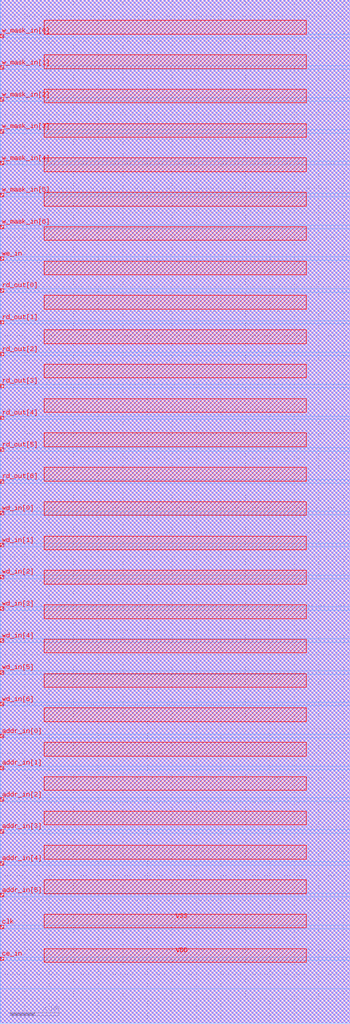
<source format=lef>
VERSION 5.7 ;
BUSBITCHARS "[]" ;
MACRO fakeram45_64x7
  FOREIGN fakeram45_64x7 0 0 ;
  SYMMETRY X Y R90 ;
  SIZE 14.274 BY 41.681 ;
  CLASS BLOCK ;
  PIN w_mask_in[0]
    DIRECTION INPUT ;
    USE SIGNAL ;
    SHAPE ABUTMENT ;
    PORT
      LAYER metal1 ;
      RECT 0.000 40.141 0.140 40.281 ;
      LAYER metal2 ;
      RECT 0.000 40.141 0.140 40.281 ;
      LAYER metal3 ;
      RECT 0.000 40.141 0.140 40.281 ;
      LAYER metal4 ;
      RECT 0.000 40.141 0.140 40.281 ;
      END
    END w_mask_in[0]
  PIN w_mask_in[1]
    DIRECTION INPUT ;
    USE SIGNAL ;
    SHAPE ABUTMENT ;
    PORT
      LAYER metal1 ;
      RECT 0.000 38.845 0.140 38.985 ;
      LAYER metal2 ;
      RECT 0.000 38.845 0.140 38.985 ;
      LAYER metal3 ;
      RECT 0.000 38.845 0.140 38.985 ;
      LAYER metal4 ;
      RECT 0.000 38.845 0.140 38.985 ;
      END
    END w_mask_in[1]
  PIN w_mask_in[2]
    DIRECTION INPUT ;
    USE SIGNAL ;
    SHAPE ABUTMENT ;
    PORT
      LAYER metal1 ;
      RECT 0.000 37.549 0.140 37.689 ;
      LAYER metal2 ;
      RECT 0.000 37.549 0.140 37.689 ;
      LAYER metal3 ;
      RECT 0.000 37.549 0.140 37.689 ;
      LAYER metal4 ;
      RECT 0.000 37.549 0.140 37.689 ;
      END
    END w_mask_in[2]
  PIN w_mask_in[3]
    DIRECTION INPUT ;
    USE SIGNAL ;
    SHAPE ABUTMENT ;
    PORT
      LAYER metal1 ;
      RECT 0.000 36.253 0.140 36.393 ;
      LAYER metal2 ;
      RECT 0.000 36.253 0.140 36.393 ;
      LAYER metal3 ;
      RECT 0.000 36.253 0.140 36.393 ;
      LAYER metal4 ;
      RECT 0.000 36.253 0.140 36.393 ;
      END
    END w_mask_in[3]
  PIN w_mask_in[4]
    DIRECTION INPUT ;
    USE SIGNAL ;
    SHAPE ABUTMENT ;
    PORT
      LAYER metal1 ;
      RECT 0.000 34.957 0.140 35.097 ;
      LAYER metal2 ;
      RECT 0.000 34.957 0.140 35.097 ;
      LAYER metal3 ;
      RECT 0.000 34.957 0.140 35.097 ;
      LAYER metal4 ;
      RECT 0.000 34.957 0.140 35.097 ;
      END
    END w_mask_in[4]
  PIN w_mask_in[5]
    DIRECTION INPUT ;
    USE SIGNAL ;
    SHAPE ABUTMENT ;
    PORT
      LAYER metal1 ;
      RECT 0.000 33.661 0.140 33.801 ;
      LAYER metal2 ;
      RECT 0.000 33.661 0.140 33.801 ;
      LAYER metal3 ;
      RECT 0.000 33.661 0.140 33.801 ;
      LAYER metal4 ;
      RECT 0.000 33.661 0.140 33.801 ;
      END
    END w_mask_in[5]
  PIN w_mask_in[6]
    DIRECTION INPUT ;
    USE SIGNAL ;
    SHAPE ABUTMENT ;
    PORT
      LAYER metal1 ;
      RECT 0.000 32.365 0.140 32.505 ;
      LAYER metal2 ;
      RECT 0.000 32.365 0.140 32.505 ;
      LAYER metal3 ;
      RECT 0.000 32.365 0.140 32.505 ;
      LAYER metal4 ;
      RECT 0.000 32.365 0.140 32.505 ;
      END
    END w_mask_in[6]
  PIN we_in
    DIRECTION INPUT ;
    USE SIGNAL ;
    SHAPE ABUTMENT ;
    PORT
      LAYER metal1 ;
      RECT 0.000 31.069 0.140 31.209 ;
      LAYER metal2 ;
      RECT 0.000 31.069 0.140 31.209 ;
      LAYER metal3 ;
      RECT 0.000 31.069 0.140 31.209 ;
      LAYER metal4 ;
      RECT 0.000 31.069 0.140 31.209 ;
      END
    END we_in
  PIN rd_out[0]
    DIRECTION OUTPUT ;
    USE SIGNAL ;
    SHAPE ABUTMENT ;
    PORT
      LAYER metal1 ;
      RECT 0.000 29.773 0.140 29.913 ;
      LAYER metal2 ;
      RECT 0.000 29.773 0.140 29.913 ;
      LAYER metal3 ;
      RECT 0.000 29.773 0.140 29.913 ;
      LAYER metal4 ;
      RECT 0.000 29.773 0.140 29.913 ;
      END
    END rd_out[0]
  PIN rd_out[1]
    DIRECTION OUTPUT ;
    USE SIGNAL ;
    SHAPE ABUTMENT ;
    PORT
      LAYER metal1 ;
      RECT 0.000 28.477 0.140 28.617 ;
      LAYER metal2 ;
      RECT 0.000 28.477 0.140 28.617 ;
      LAYER metal3 ;
      RECT 0.000 28.477 0.140 28.617 ;
      LAYER metal4 ;
      RECT 0.000 28.477 0.140 28.617 ;
      END
    END rd_out[1]
  PIN rd_out[2]
    DIRECTION OUTPUT ;
    USE SIGNAL ;
    SHAPE ABUTMENT ;
    PORT
      LAYER metal1 ;
      RECT 0.000 27.181 0.140 27.321 ;
      LAYER metal2 ;
      RECT 0.000 27.181 0.140 27.321 ;
      LAYER metal3 ;
      RECT 0.000 27.181 0.140 27.321 ;
      LAYER metal4 ;
      RECT 0.000 27.181 0.140 27.321 ;
      END
    END rd_out[2]
  PIN rd_out[3]
    DIRECTION OUTPUT ;
    USE SIGNAL ;
    SHAPE ABUTMENT ;
    PORT
      LAYER metal1 ;
      RECT 0.000 25.885 0.140 26.025 ;
      LAYER metal2 ;
      RECT 0.000 25.885 0.140 26.025 ;
      LAYER metal3 ;
      RECT 0.000 25.885 0.140 26.025 ;
      LAYER metal4 ;
      RECT 0.000 25.885 0.140 26.025 ;
      END
    END rd_out[3]
  PIN rd_out[4]
    DIRECTION OUTPUT ;
    USE SIGNAL ;
    SHAPE ABUTMENT ;
    PORT
      LAYER metal1 ;
      RECT 0.000 24.589 0.140 24.729 ;
      LAYER metal2 ;
      RECT 0.000 24.589 0.140 24.729 ;
      LAYER metal3 ;
      RECT 0.000 24.589 0.140 24.729 ;
      LAYER metal4 ;
      RECT 0.000 24.589 0.140 24.729 ;
      END
    END rd_out[4]
  PIN rd_out[5]
    DIRECTION OUTPUT ;
    USE SIGNAL ;
    SHAPE ABUTMENT ;
    PORT
      LAYER metal1 ;
      RECT 0.000 23.293 0.140 23.433 ;
      LAYER metal2 ;
      RECT 0.000 23.293 0.140 23.433 ;
      LAYER metal3 ;
      RECT 0.000 23.293 0.140 23.433 ;
      LAYER metal4 ;
      RECT 0.000 23.293 0.140 23.433 ;
      END
    END rd_out[5]
  PIN rd_out[6]
    DIRECTION OUTPUT ;
    USE SIGNAL ;
    SHAPE ABUTMENT ;
    PORT
      LAYER metal1 ;
      RECT 0.000 21.997 0.140 22.137 ;
      LAYER metal2 ;
      RECT 0.000 21.997 0.140 22.137 ;
      LAYER metal3 ;
      RECT 0.000 21.997 0.140 22.137 ;
      LAYER metal4 ;
      RECT 0.000 21.997 0.140 22.137 ;
      END
    END rd_out[6]
  PIN wd_in[0]
    DIRECTION INPUT ;
    USE SIGNAL ;
    SHAPE ABUTMENT ;
    PORT
      LAYER metal1 ;
      RECT 0.000 20.701 0.140 20.841 ;
      LAYER metal2 ;
      RECT 0.000 20.701 0.140 20.841 ;
      LAYER metal3 ;
      RECT 0.000 20.701 0.140 20.841 ;
      LAYER metal4 ;
      RECT 0.000 20.701 0.140 20.841 ;
      END
    END wd_in[0]
  PIN wd_in[1]
    DIRECTION INPUT ;
    USE SIGNAL ;
    SHAPE ABUTMENT ;
    PORT
      LAYER metal1 ;
      RECT 0.000 19.405 0.140 19.545 ;
      LAYER metal2 ;
      RECT 0.000 19.405 0.140 19.545 ;
      LAYER metal3 ;
      RECT 0.000 19.405 0.140 19.545 ;
      LAYER metal4 ;
      RECT 0.000 19.405 0.140 19.545 ;
      END
    END wd_in[1]
  PIN wd_in[2]
    DIRECTION INPUT ;
    USE SIGNAL ;
    SHAPE ABUTMENT ;
    PORT
      LAYER metal1 ;
      RECT 0.000 18.108 0.140 18.248 ;
      LAYER metal2 ;
      RECT 0.000 18.108 0.140 18.248 ;
      LAYER metal3 ;
      RECT 0.000 18.108 0.140 18.248 ;
      LAYER metal4 ;
      RECT 0.000 18.108 0.140 18.248 ;
      END
    END wd_in[2]
  PIN wd_in[3]
    DIRECTION INPUT ;
    USE SIGNAL ;
    SHAPE ABUTMENT ;
    PORT
      LAYER metal1 ;
      RECT 0.000 16.812 0.140 16.952 ;
      LAYER metal2 ;
      RECT 0.000 16.812 0.140 16.952 ;
      LAYER metal3 ;
      RECT 0.000 16.812 0.140 16.952 ;
      LAYER metal4 ;
      RECT 0.000 16.812 0.140 16.952 ;
      END
    END wd_in[3]
  PIN wd_in[4]
    DIRECTION INPUT ;
    USE SIGNAL ;
    SHAPE ABUTMENT ;
    PORT
      LAYER metal1 ;
      RECT 0.000 15.516 0.140 15.656 ;
      LAYER metal2 ;
      RECT 0.000 15.516 0.140 15.656 ;
      LAYER metal3 ;
      RECT 0.000 15.516 0.140 15.656 ;
      LAYER metal4 ;
      RECT 0.000 15.516 0.140 15.656 ;
      END
    END wd_in[4]
  PIN wd_in[5]
    DIRECTION INPUT ;
    USE SIGNAL ;
    SHAPE ABUTMENT ;
    PORT
      LAYER metal1 ;
      RECT 0.000 14.220 0.140 14.360 ;
      LAYER metal2 ;
      RECT 0.000 14.220 0.140 14.360 ;
      LAYER metal3 ;
      RECT 0.000 14.220 0.140 14.360 ;
      LAYER metal4 ;
      RECT 0.000 14.220 0.140 14.360 ;
      END
    END wd_in[5]
  PIN wd_in[6]
    DIRECTION INPUT ;
    USE SIGNAL ;
    SHAPE ABUTMENT ;
    PORT
      LAYER metal1 ;
      RECT 0.000 12.924 0.140 13.064 ;
      LAYER metal2 ;
      RECT 0.000 12.924 0.140 13.064 ;
      LAYER metal3 ;
      RECT 0.000 12.924 0.140 13.064 ;
      LAYER metal4 ;
      RECT 0.000 12.924 0.140 13.064 ;
      END
    END wd_in[6]
  PIN addr_in[0]
    DIRECTION INPUT ;
    USE SIGNAL ;
    SHAPE ABUTMENT ;
    PORT
      LAYER metal1 ;
      RECT 0.000 11.628 0.140 11.768 ;
      LAYER metal2 ;
      RECT 0.000 11.628 0.140 11.768 ;
      LAYER metal3 ;
      RECT 0.000 11.628 0.140 11.768 ;
      LAYER metal4 ;
      RECT 0.000 11.628 0.140 11.768 ;
      END
    END addr_in[0]
  PIN addr_in[1]
    DIRECTION INPUT ;
    USE SIGNAL ;
    SHAPE ABUTMENT ;
    PORT
      LAYER metal1 ;
      RECT 0.000 10.332 0.140 10.472 ;
      LAYER metal2 ;
      RECT 0.000 10.332 0.140 10.472 ;
      LAYER metal3 ;
      RECT 0.000 10.332 0.140 10.472 ;
      LAYER metal4 ;
      RECT 0.000 10.332 0.140 10.472 ;
      END
    END addr_in[1]
  PIN addr_in[2]
    DIRECTION INPUT ;
    USE SIGNAL ;
    SHAPE ABUTMENT ;
    PORT
      LAYER metal1 ;
      RECT 0.000 9.036 0.140 9.176 ;
      LAYER metal2 ;
      RECT 0.000 9.036 0.140 9.176 ;
      LAYER metal3 ;
      RECT 0.000 9.036 0.140 9.176 ;
      LAYER metal4 ;
      RECT 0.000 9.036 0.140 9.176 ;
      END
    END addr_in[2]
  PIN addr_in[3]
    DIRECTION INPUT ;
    USE SIGNAL ;
    SHAPE ABUTMENT ;
    PORT
      LAYER metal1 ;
      RECT 0.000 7.740 0.140 7.880 ;
      LAYER metal2 ;
      RECT 0.000 7.740 0.140 7.880 ;
      LAYER metal3 ;
      RECT 0.000 7.740 0.140 7.880 ;
      LAYER metal4 ;
      RECT 0.000 7.740 0.140 7.880 ;
      END
    END addr_in[3]
  PIN addr_in[4]
    DIRECTION INPUT ;
    USE SIGNAL ;
    SHAPE ABUTMENT ;
    PORT
      LAYER metal1 ;
      RECT 0.000 6.444 0.140 6.584 ;
      LAYER metal2 ;
      RECT 0.000 6.444 0.140 6.584 ;
      LAYER metal3 ;
      RECT 0.000 6.444 0.140 6.584 ;
      LAYER metal4 ;
      RECT 0.000 6.444 0.140 6.584 ;
      END
    END addr_in[4]
  PIN addr_in[5]
    DIRECTION INPUT ;
    USE SIGNAL ;
    SHAPE ABUTMENT ;
    PORT
      LAYER metal1 ;
      RECT 0.000 5.148 0.140 5.288 ;
      LAYER metal2 ;
      RECT 0.000 5.148 0.140 5.288 ;
      LAYER metal3 ;
      RECT 0.000 5.148 0.140 5.288 ;
      LAYER metal4 ;
      RECT 0.000 5.148 0.140 5.288 ;
      END
    END addr_in[5]
  PIN clk
    DIRECTION INPUT ;
    USE SIGNAL ;
    SHAPE ABUTMENT ;
    PORT
      LAYER metal1 ;
      RECT 0.000 3.852 0.140 3.992 ;
      LAYER metal2 ;
      RECT 0.000 3.852 0.140 3.992 ;
      LAYER metal3 ;
      RECT 0.000 3.852 0.140 3.992 ;
      LAYER metal4 ;
      RECT 0.000 3.852 0.140 3.992 ;
      END
    END clk
  PIN ce_in
    DIRECTION INPUT ;
    USE SIGNAL ;
    SHAPE ABUTMENT ;
    PORT
      LAYER metal1 ;
      RECT 0.000 2.556 0.140 2.696 ;
      LAYER metal2 ;
      RECT 0.000 2.556 0.140 2.696 ;
      LAYER metal3 ;
      RECT 0.000 2.556 0.140 2.696 ;
      LAYER metal4 ;
      RECT 0.000 2.556 0.140 2.696 ;
      END
    END ce_in
  PIN VSS
    DIRECTION INOUT ;
    USE GROUND ;
    PORT
      LAYER metal4 ;
      RECT 1.784 40.281 12.490 40.841 ;
      RECT 1.784 37.481 12.490 38.041 ;
      RECT 1.784 34.681 12.490 35.241 ;
      RECT 1.784 31.881 12.490 32.441 ;
      RECT 1.784 29.081 12.490 29.641 ;
      RECT 1.784 26.281 12.490 26.841 ;
      RECT 1.784 23.481 12.490 24.041 ;
      RECT 1.784 20.681 12.490 21.241 ;
      RECT 1.784 17.881 12.490 18.441 ;
      RECT 1.784 15.081 12.490 15.641 ;
      RECT 1.784 12.281 12.490 12.841 ;
      RECT 1.784 9.481 12.490 10.041 ;
      RECT 1.784 6.681 12.490 7.241 ;
      RECT 1.784 3.881 12.490 4.441 ;
      END
    END VSS
  PIN VDD
    DIRECTION INOUT ;
    USE POWER ;
    PORT
      LAYER metal4 ;
      RECT 1.784 38.881 12.490 39.441 ;
      RECT 1.784 36.081 12.490 36.641 ;
      RECT 1.784 33.281 12.490 33.841 ;
      RECT 1.784 30.481 12.490 31.041 ;
      RECT 1.784 27.681 12.490 28.241 ;
      RECT 1.784 24.881 12.490 25.441 ;
      RECT 1.784 22.081 12.490 22.641 ;
      RECT 1.784 19.281 12.490 19.841 ;
      RECT 1.784 16.481 12.490 17.041 ;
      RECT 1.784 13.681 12.490 14.241 ;
      RECT 1.784 10.881 12.490 11.441 ;
      RECT 1.784 8.081 12.490 8.641 ;
      RECT 1.784 5.281 12.490 5.841 ;
      RECT 1.784 2.481 12.490 3.041 ;
      END
    END VDD
  OBS
    LAYER metal1 ;
    RECT 0.000 41.681 14.274 40.281 ;
    RECT 0.140 40.281 14.274 40.141 ;
    RECT 0.000 40.141 14.274 38.985 ;
    RECT 0.140 38.985 14.274 38.845 ;
    RECT 0.000 38.845 14.274 37.689 ;
    RECT 0.140 37.689 14.274 37.549 ;
    RECT 0.000 37.549 14.274 36.393 ;
    RECT 0.140 36.393 14.274 36.253 ;
    RECT 0.000 36.253 14.274 35.097 ;
    RECT 0.140 35.097 14.274 34.957 ;
    RECT 0.000 34.957 14.274 33.801 ;
    RECT 0.140 33.801 14.274 33.661 ;
    RECT 0.000 33.661 14.274 32.505 ;
    RECT 0.140 32.505 14.274 32.365 ;
    RECT 0.000 32.365 14.274 31.209 ;
    RECT 0.140 31.209 14.274 31.069 ;
    RECT 0.000 31.069 14.274 29.913 ;
    RECT 0.140 29.913 14.274 29.773 ;
    RECT 0.000 29.773 14.274 28.617 ;
    RECT 0.140 28.617 14.274 28.477 ;
    RECT 0.000 28.477 14.274 27.321 ;
    RECT 0.140 27.321 14.274 27.181 ;
    RECT 0.000 27.181 14.274 26.025 ;
    RECT 0.140 26.025 14.274 25.885 ;
    RECT 0.000 25.885 14.274 24.729 ;
    RECT 0.140 24.729 14.274 24.589 ;
    RECT 0.000 24.589 14.274 23.433 ;
    RECT 0.140 23.433 14.274 23.293 ;
    RECT 0.000 23.293 14.274 22.137 ;
    RECT 0.140 22.137 14.274 21.997 ;
    RECT 0.000 21.997 14.274 20.841 ;
    RECT 0.140 20.841 14.274 20.701 ;
    RECT 0.000 20.701 14.274 19.545 ;
    RECT 0.140 19.545 14.274 19.405 ;
    RECT 0.000 19.405 14.274 18.248 ;
    RECT 0.140 18.248 14.274 18.108 ;
    RECT 0.000 18.108 14.274 16.952 ;
    RECT 0.140 16.952 14.274 16.812 ;
    RECT 0.000 16.812 14.274 15.656 ;
    RECT 0.140 15.656 14.274 15.516 ;
    RECT 0.000 15.516 14.274 14.360 ;
    RECT 0.140 14.360 14.274 14.220 ;
    RECT 0.000 14.220 14.274 13.064 ;
    RECT 0.140 13.064 14.274 12.924 ;
    RECT 0.000 12.924 14.274 11.768 ;
    RECT 0.140 11.768 14.274 11.628 ;
    RECT 0.000 11.628 14.274 10.472 ;
    RECT 0.140 10.472 14.274 10.332 ;
    RECT 0.000 10.332 14.274 9.176 ;
    RECT 0.140 9.176 14.274 9.036 ;
    RECT 0.000 9.036 14.274 7.880 ;
    RECT 0.140 7.880 14.274 7.740 ;
    RECT 0.000 7.740 14.274 6.584 ;
    RECT 0.140 6.584 14.274 6.444 ;
    RECT 0.000 6.444 14.274 5.288 ;
    RECT 0.140 5.288 14.274 5.148 ;
    RECT 0.000 5.148 14.274 3.992 ;
    RECT 0.140 3.992 14.274 3.852 ;
    RECT 0.000 3.852 14.274 2.696 ;
    RECT 0.140 2.696 14.274 2.556 ;
    RECT 0.000 2.556 14.274 1.400 ;
    RECT 0.000 1.400 14.274 0.000 ;
    LAYER metal2 ;
    RECT 0.000 41.681 14.274 40.281 ;
    RECT 0.140 40.281 14.274 40.141 ;
    RECT 0.000 40.141 14.274 38.985 ;
    RECT 0.140 38.985 14.274 38.845 ;
    RECT 0.000 38.845 14.274 37.689 ;
    RECT 0.140 37.689 14.274 37.549 ;
    RECT 0.000 37.549 14.274 36.393 ;
    RECT 0.140 36.393 14.274 36.253 ;
    RECT 0.000 36.253 14.274 35.097 ;
    RECT 0.140 35.097 14.274 34.957 ;
    RECT 0.000 34.957 14.274 33.801 ;
    RECT 0.140 33.801 14.274 33.661 ;
    RECT 0.000 33.661 14.274 32.505 ;
    RECT 0.140 32.505 14.274 32.365 ;
    RECT 0.000 32.365 14.274 31.209 ;
    RECT 0.140 31.209 14.274 31.069 ;
    RECT 0.000 31.069 14.274 29.913 ;
    RECT 0.140 29.913 14.274 29.773 ;
    RECT 0.000 29.773 14.274 28.617 ;
    RECT 0.140 28.617 14.274 28.477 ;
    RECT 0.000 28.477 14.274 27.321 ;
    RECT 0.140 27.321 14.274 27.181 ;
    RECT 0.000 27.181 14.274 26.025 ;
    RECT 0.140 26.025 14.274 25.885 ;
    RECT 0.000 25.885 14.274 24.729 ;
    RECT 0.140 24.729 14.274 24.589 ;
    RECT 0.000 24.589 14.274 23.433 ;
    RECT 0.140 23.433 14.274 23.293 ;
    RECT 0.000 23.293 14.274 22.137 ;
    RECT 0.140 22.137 14.274 21.997 ;
    RECT 0.000 21.997 14.274 20.841 ;
    RECT 0.140 20.841 14.274 20.701 ;
    RECT 0.000 20.701 14.274 19.545 ;
    RECT 0.140 19.545 14.274 19.405 ;
    RECT 0.000 19.405 14.274 18.248 ;
    RECT 0.140 18.248 14.274 18.108 ;
    RECT 0.000 18.108 14.274 16.952 ;
    RECT 0.140 16.952 14.274 16.812 ;
    RECT 0.000 16.812 14.274 15.656 ;
    RECT 0.140 15.656 14.274 15.516 ;
    RECT 0.000 15.516 14.274 14.360 ;
    RECT 0.140 14.360 14.274 14.220 ;
    RECT 0.000 14.220 14.274 13.064 ;
    RECT 0.140 13.064 14.274 12.924 ;
    RECT 0.000 12.924 14.274 11.768 ;
    RECT 0.140 11.768 14.274 11.628 ;
    RECT 0.000 11.628 14.274 10.472 ;
    RECT 0.140 10.472 14.274 10.332 ;
    RECT 0.000 10.332 14.274 9.176 ;
    RECT 0.140 9.176 14.274 9.036 ;
    RECT 0.000 9.036 14.274 7.880 ;
    RECT 0.140 7.880 14.274 7.740 ;
    RECT 0.000 7.740 14.274 6.584 ;
    RECT 0.140 6.584 14.274 6.444 ;
    RECT 0.000 6.444 14.274 5.288 ;
    RECT 0.140 5.288 14.274 5.148 ;
    RECT 0.000 5.148 14.274 3.992 ;
    RECT 0.140 3.992 14.274 3.852 ;
    RECT 0.000 3.852 14.274 2.696 ;
    RECT 0.140 2.696 14.274 2.556 ;
    RECT 0.000 2.556 14.274 1.400 ;
    RECT 0.000 1.400 14.274 0.000 ;
    LAYER metal3 ;
    RECT 0.000 41.681 14.274 40.281 ;
    RECT 0.140 40.281 14.274 40.141 ;
    RECT 0.000 40.141 14.274 38.985 ;
    RECT 0.140 38.985 14.274 38.845 ;
    RECT 0.000 38.845 14.274 37.689 ;
    RECT 0.140 37.689 14.274 37.549 ;
    RECT 0.000 37.549 14.274 36.393 ;
    RECT 0.140 36.393 14.274 36.253 ;
    RECT 0.000 36.253 14.274 35.097 ;
    RECT 0.140 35.097 14.274 34.957 ;
    RECT 0.000 34.957 14.274 33.801 ;
    RECT 0.140 33.801 14.274 33.661 ;
    RECT 0.000 33.661 14.274 32.505 ;
    RECT 0.140 32.505 14.274 32.365 ;
    RECT 0.000 32.365 14.274 31.209 ;
    RECT 0.140 31.209 14.274 31.069 ;
    RECT 0.000 31.069 14.274 29.913 ;
    RECT 0.140 29.913 14.274 29.773 ;
    RECT 0.000 29.773 14.274 28.617 ;
    RECT 0.140 28.617 14.274 28.477 ;
    RECT 0.000 28.477 14.274 27.321 ;
    RECT 0.140 27.321 14.274 27.181 ;
    RECT 0.000 27.181 14.274 26.025 ;
    RECT 0.140 26.025 14.274 25.885 ;
    RECT 0.000 25.885 14.274 24.729 ;
    RECT 0.140 24.729 14.274 24.589 ;
    RECT 0.000 24.589 14.274 23.433 ;
    RECT 0.140 23.433 14.274 23.293 ;
    RECT 0.000 23.293 14.274 22.137 ;
    RECT 0.140 22.137 14.274 21.997 ;
    RECT 0.000 21.997 14.274 20.841 ;
    RECT 0.140 20.841 14.274 20.701 ;
    RECT 0.000 20.701 14.274 19.545 ;
    RECT 0.140 19.545 14.274 19.405 ;
    RECT 0.000 19.405 14.274 18.248 ;
    RECT 0.140 18.248 14.274 18.108 ;
    RECT 0.000 18.108 14.274 16.952 ;
    RECT 0.140 16.952 14.274 16.812 ;
    RECT 0.000 16.812 14.274 15.656 ;
    RECT 0.140 15.656 14.274 15.516 ;
    RECT 0.000 15.516 14.274 14.360 ;
    RECT 0.140 14.360 14.274 14.220 ;
    RECT 0.000 14.220 14.274 13.064 ;
    RECT 0.140 13.064 14.274 12.924 ;
    RECT 0.000 12.924 14.274 11.768 ;
    RECT 0.140 11.768 14.274 11.628 ;
    RECT 0.000 11.628 14.274 10.472 ;
    RECT 0.140 10.472 14.274 10.332 ;
    RECT 0.000 10.332 14.274 9.176 ;
    RECT 0.140 9.176 14.274 9.036 ;
    RECT 0.000 9.036 14.274 7.880 ;
    RECT 0.140 7.880 14.274 7.740 ;
    RECT 0.000 7.740 14.274 6.584 ;
    RECT 0.140 6.584 14.274 6.444 ;
    RECT 0.000 6.444 14.274 5.288 ;
    RECT 0.140 5.288 14.274 5.148 ;
    RECT 0.000 5.148 14.274 3.992 ;
    RECT 0.140 3.992 14.274 3.852 ;
    RECT 0.000 3.852 14.274 2.696 ;
    RECT 0.140 2.696 14.274 2.556 ;
    RECT 0.000 2.556 14.274 1.400 ;
    RECT 0.000 1.400 14.274 0.000 ;
    LAYER OVERLAP ;
    RECT 0 0 14.274 41.681 ;
    END
  END fakeram45_64x7

END LIBRARY

</source>
